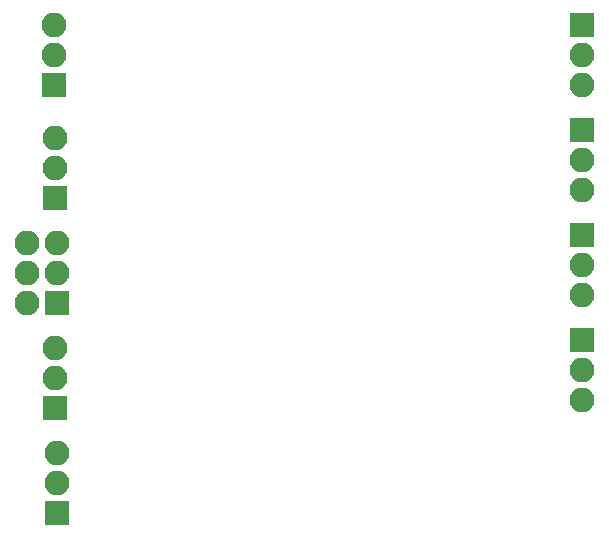
<source format=gbr>
G04 #@! TF.FileFunction,Soldermask,Bot*
%FSLAX46Y46*%
G04 Gerber Fmt 4.6, Leading zero omitted, Abs format (unit mm)*
G04 Created by KiCad (PCBNEW 4.0.7) date 08/08/18 22:49:19*
%MOMM*%
%LPD*%
G01*
G04 APERTURE LIST*
%ADD10C,0.100000*%
%ADD11R,2.100000X2.100000*%
%ADD12O,2.100000X2.100000*%
G04 APERTURE END LIST*
D10*
D11*
X215773000Y-86360000D03*
D12*
X215773000Y-83820000D03*
X215773000Y-81280000D03*
D11*
X215773000Y-68580000D03*
D12*
X215773000Y-66040000D03*
X215773000Y-63500000D03*
D11*
X215900000Y-77470000D03*
D12*
X213360000Y-77470000D03*
X215900000Y-74930000D03*
X213360000Y-74930000D03*
X215900000Y-72390000D03*
X213360000Y-72390000D03*
D11*
X260350000Y-62865000D03*
D12*
X260350000Y-65405000D03*
X260350000Y-67945000D03*
D11*
X260350000Y-53975000D03*
D12*
X260350000Y-56515000D03*
X260350000Y-59055000D03*
D11*
X260350000Y-71755000D03*
D12*
X260350000Y-74295000D03*
X260350000Y-76835000D03*
D11*
X260350000Y-80645000D03*
D12*
X260350000Y-83185000D03*
X260350000Y-85725000D03*
D11*
X215646000Y-59055000D03*
D12*
X215646000Y-56515000D03*
X215646000Y-53975000D03*
D11*
X215900000Y-95250000D03*
D12*
X215900000Y-92710000D03*
X215900000Y-90170000D03*
M02*

</source>
